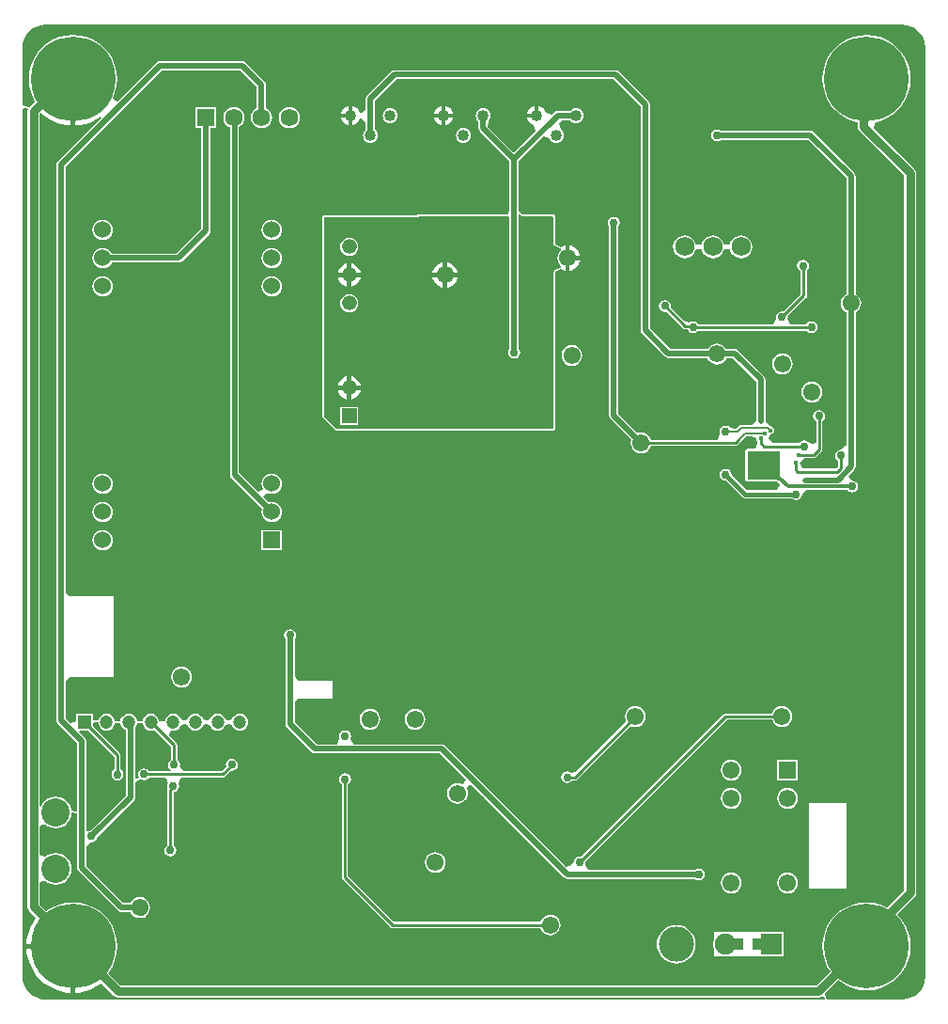
<source format=gbr>
%TF.GenerationSoftware,Altium Limited,Altium Designer,20.0.11 (256)*%
G04 Layer_Physical_Order=2*
G04 Layer_Color=16711680*
%FSLAX26Y26*%
%MOIN*%
%TF.FileFunction,Copper,L2,Bot,Signal*%
%TF.Part,Single*%
G01*
G75*
%TA.AperFunction,Conductor*%
%ADD54C,0.010000*%
%ADD55C,0.020000*%
%ADD56C,0.008000*%
%ADD57C,0.015000*%
%ADD58C,0.012000*%
%ADD60C,0.030000*%
%TA.AperFunction,ComponentPad*%
%ADD65C,0.060000*%
%ADD66R,0.060000X0.060000*%
%ADD67C,0.100000*%
%ADD68R,0.061024X0.061024*%
%ADD69C,0.061024*%
%ADD70C,0.052283*%
%ADD71R,0.052283X0.052283*%
%ADD72C,0.300000*%
%ADD73R,0.075000X0.075000*%
%ADD74C,0.075000*%
%ADD75C,0.125000*%
%ADD76C,0.068898*%
%ADD77C,0.047244*%
%ADD78R,0.047244X0.047244*%
%ADD79R,0.062598X0.062598*%
%ADD80C,0.062598*%
%ADD81C,0.040000*%
%ADD82R,0.020000X0.020000*%
%ADD83R,0.020000X0.040000*%
%TA.AperFunction,ViaPad*%
%ADD84C,0.019685*%
%ADD85C,0.030000*%
%ADD86C,0.016000*%
%TA.AperFunction,Conductor*%
%ADD87R,0.035000X0.041000*%
%ADD88R,0.043000X0.041000*%
%ADD89R,0.114578X0.103347*%
G36*
X202500Y3115138D02*
X216583Y3116061D01*
X237797Y3120280D01*
X258278Y3127233D01*
X277677Y3136799D01*
X292686Y3146828D01*
X295874Y3142944D01*
X140465Y2987535D01*
X136928Y2982243D01*
X135686Y2976000D01*
Y1007983D01*
X136928Y1001740D01*
X140465Y996448D01*
X209686Y927226D01*
Y687504D01*
X206037Y684086D01*
X190111Y685130D01*
X189107Y685755D01*
X187940Y694619D01*
X182297Y708242D01*
X173321Y719940D01*
X161623Y728916D01*
X148000Y734559D01*
X133381Y736483D01*
X118762Y734559D01*
X105139Y728916D01*
X93441Y719940D01*
X84465Y708242D01*
X81411Y700869D01*
X76411Y701864D01*
Y3156131D01*
X80890Y3160610D01*
X94339Y3148816D01*
X112323Y3136799D01*
X131722Y3127233D01*
X152203Y3120280D01*
X173417Y3116061D01*
X187500Y3115138D01*
Y3280000D01*
X202500D01*
Y3115138D01*
D02*
G37*
G36*
X442873Y992267D02*
X445857Y985061D01*
X450606Y978873D01*
X456793Y974125D01*
X463999Y971140D01*
X471732Y970122D01*
X479465Y971140D01*
X483188Y972683D01*
X542067Y913804D01*
Y866164D01*
X538142Y863542D01*
X533501Y856595D01*
X531871Y848402D01*
X533501Y840208D01*
X538142Y833261D01*
X541204Y831216D01*
X539687Y826216D01*
X465007D01*
X462384Y830140D01*
X455438Y834782D01*
X447244Y836411D01*
X439050Y834782D01*
X432104Y830140D01*
X427462Y823194D01*
X425833Y815000D01*
X427462Y806806D01*
X428401Y805401D01*
X426797Y800666D01*
X421314Y798798D01*
X416833Y801317D01*
X416359Y801917D01*
X416313Y802008D01*
Y815000D01*
X416000Y816576D01*
Y848424D01*
X416313Y850000D01*
Y981734D01*
X418867Y985061D01*
X421852Y992267D01*
X422608Y998016D01*
X442116D01*
X442873Y992267D01*
D02*
G37*
G36*
X284466Y999303D02*
X285392Y992267D01*
X288377Y985061D01*
X293125Y978873D01*
X299313Y974125D01*
X306519Y971140D01*
X314252Y970122D01*
X321985Y971140D01*
X329191Y974125D01*
X335379Y978873D01*
X340127Y985061D01*
X343111Y992267D01*
X343868Y998016D01*
X363376D01*
X364133Y992267D01*
X367117Y985061D01*
X371865Y978873D01*
X378053Y974125D01*
X383687Y971792D01*
Y850000D01*
X384000Y848424D01*
Y816576D01*
X383687Y815000D01*
Y741480D01*
X258206Y615999D01*
X252083Y614782D01*
X247314Y611595D01*
X242314Y614229D01*
Y933983D01*
X241072Y940226D01*
X237535Y945519D01*
X217296Y965759D01*
X219209Y970378D01*
X249273D01*
X341540Y878110D01*
Y831763D01*
X337616Y829140D01*
X332974Y822194D01*
X331344Y814000D01*
X332974Y805806D01*
X337616Y798860D01*
X344562Y794218D01*
X352756Y792589D01*
X360950Y794218D01*
X367896Y798860D01*
X372538Y805806D01*
X374167Y814000D01*
X372538Y822194D01*
X367896Y829140D01*
X363971Y831763D01*
Y882756D01*
X363118Y887048D01*
X360687Y890686D01*
X360686Y890687D01*
X265134Y986239D01*
Y996913D01*
X268783Y1000331D01*
X284466Y999303D01*
D02*
G37*
G36*
X3135000Y3473686D02*
Y3473686D01*
X3154081Y3471469D01*
X3167109Y3467517D01*
X3181615Y3459764D01*
X3194329Y3449329D01*
X3204764Y3436615D01*
X3212517Y3422109D01*
X3216469Y3409082D01*
X3218686Y3390000D01*
X3218686Y3390000D01*
X3218686Y3390000D01*
X3218686Y3370000D01*
Y100001D01*
X3218686Y100000D01*
X3218686Y100000D01*
X3216469Y80918D01*
X3212517Y67891D01*
X3204764Y53386D01*
X3194329Y40671D01*
X3181615Y30236D01*
X3167109Y22483D01*
X3154081Y18531D01*
X3135000Y16314D01*
X3135000Y16314D01*
X3115000Y16314D01*
X2869878D01*
X2861594Y36313D01*
X2910288Y85008D01*
X2918022Y78403D01*
X2938959Y65573D01*
X2961644Y56176D01*
X2985521Y50444D01*
X3010000Y48518D01*
X3034479Y50444D01*
X3058356Y56176D01*
X3081041Y65573D01*
X3101978Y78403D01*
X3120650Y94350D01*
X3136597Y113022D01*
X3149427Y133958D01*
X3158824Y156644D01*
X3164556Y180521D01*
X3166482Y205000D01*
X3164556Y229479D01*
X3158824Y253356D01*
X3149427Y276041D01*
X3136597Y296978D01*
X3120650Y315650D01*
X3120442Y320933D01*
X3180140Y380631D01*
X3184782Y387578D01*
X3186411Y395772D01*
Y2945000D01*
X3184782Y2953194D01*
X3180140Y2960140D01*
X3034867Y3105413D01*
X3034770Y3110419D01*
X3041447Y3127117D01*
X3058356Y3131176D01*
X3081041Y3140573D01*
X3101978Y3153403D01*
X3120650Y3169350D01*
X3136597Y3188022D01*
X3149427Y3208959D01*
X3158824Y3231644D01*
X3164556Y3255521D01*
X3166482Y3280000D01*
X3164556Y3304479D01*
X3158824Y3328356D01*
X3149427Y3351041D01*
X3136597Y3371978D01*
X3120650Y3390650D01*
X3101978Y3406597D01*
X3081041Y3419427D01*
X3058356Y3428824D01*
X3034479Y3434556D01*
X3010000Y3436482D01*
X2985521Y3434556D01*
X2961644Y3428824D01*
X2938959Y3419427D01*
X2918022Y3406597D01*
X2899350Y3390650D01*
X2883403Y3371978D01*
X2870573Y3351041D01*
X2861176Y3328356D01*
X2855444Y3304479D01*
X2853518Y3280000D01*
X2855444Y3255521D01*
X2861176Y3231644D01*
X2870573Y3208959D01*
X2883403Y3188022D01*
X2899350Y3169350D01*
X2918022Y3153403D01*
X2938959Y3140573D01*
X2961644Y3131176D01*
X2978589Y3127108D01*
Y3110000D01*
X2980218Y3101806D01*
X2984860Y3094860D01*
X3143589Y2936131D01*
Y404640D01*
X3082488Y343540D01*
X3081041Y344427D01*
X3058356Y353824D01*
X3034479Y359556D01*
X3010000Y361482D01*
X2985521Y359556D01*
X2961644Y353824D01*
X2938959Y344427D01*
X2918022Y331597D01*
X2899350Y315650D01*
X2883403Y296978D01*
X2870573Y276041D01*
X2861176Y253356D01*
X2855444Y229479D01*
X2853518Y205000D01*
X2855444Y180521D01*
X2861176Y156644D01*
X2870573Y133958D01*
X2881252Y116532D01*
X2831131Y66411D01*
X363869D01*
X319598Y110682D01*
X321597Y113022D01*
X334427Y133958D01*
X343824Y156644D01*
X349556Y180521D01*
X351482Y205000D01*
X349556Y229479D01*
X343824Y253356D01*
X334427Y276041D01*
X321597Y296978D01*
X305650Y315650D01*
X286978Y331597D01*
X266041Y344427D01*
X243356Y353824D01*
X219479Y359556D01*
X195000Y361482D01*
X170521Y359556D01*
X146644Y353824D01*
X123959Y344427D01*
X103022Y331597D01*
X100682Y329598D01*
X76411Y353869D01*
Y429401D01*
X85135Y434861D01*
X96411Y437781D01*
X105139Y431084D01*
X118762Y425441D01*
X133381Y423517D01*
X148000Y425441D01*
X161623Y431084D01*
X173321Y440060D01*
X182297Y451758D01*
X187940Y465381D01*
X189864Y480000D01*
X187940Y494619D01*
X182297Y508242D01*
X173321Y519940D01*
X161623Y528916D01*
X148000Y534559D01*
X133381Y536483D01*
X118762Y534559D01*
X105139Y528916D01*
X96411Y522219D01*
X85135Y525139D01*
X76411Y530599D01*
Y629401D01*
X85135Y634861D01*
X96411Y637781D01*
X105139Y631084D01*
X118762Y625441D01*
X133381Y623517D01*
X148000Y625441D01*
X161623Y631084D01*
X173321Y640060D01*
X182297Y651758D01*
X187940Y665381D01*
X189686Y678649D01*
X209686Y677338D01*
Y484000D01*
X210928Y477757D01*
X214465Y472465D01*
X355267Y331662D01*
X360560Y328126D01*
X366803Y326884D01*
X398841D01*
X399711Y324784D01*
X405564Y317157D01*
X413191Y311305D01*
X422073Y307625D01*
X431604Y306371D01*
X437231Y307111D01*
X442406Y306082D01*
X442407Y306082D01*
X448649Y307324D01*
X453942Y310860D01*
X457478Y316152D01*
X457478Y316152D01*
X457690Y317215D01*
X463497Y324784D01*
X467176Y333666D01*
X468431Y343197D01*
X467176Y352729D01*
X463497Y361611D01*
X457645Y369238D01*
X450018Y375091D01*
X441136Y378770D01*
X431604Y380024D01*
X422073Y378770D01*
X413191Y375091D01*
X405564Y369238D01*
X399711Y361611D01*
X398841Y359511D01*
X373560D01*
X242314Y490757D01*
Y558322D01*
X243583Y560517D01*
X260277Y573589D01*
X268471Y575218D01*
X275417Y579860D01*
X280059Y586806D01*
X281276Y592929D01*
X411535Y723188D01*
X415072Y728480D01*
X416313Y734723D01*
Y788188D01*
X421447Y791982D01*
X436313Y797047D01*
X439050Y795218D01*
X447244Y793589D01*
X455438Y795218D01*
X462384Y799860D01*
X465007Y803784D01*
X523163D01*
X525805Y800518D01*
X532022Y783784D01*
X530691Y781792D01*
X529061Y773598D01*
X530691Y765405D01*
X531291Y764506D01*
X529638Y762033D01*
X528784Y757740D01*
X528784Y757740D01*
Y562723D01*
X524860Y560101D01*
X520218Y553154D01*
X518589Y544961D01*
X520218Y536767D01*
X524860Y529821D01*
X531806Y525179D01*
X540000Y523549D01*
X548194Y525179D01*
X555140Y529821D01*
X559782Y536767D01*
X561411Y544961D01*
X559782Y553154D01*
X555140Y560101D01*
X551216Y562723D01*
Y752335D01*
X558666Y753817D01*
X565612Y758458D01*
X570254Y765405D01*
X571884Y773598D01*
X570254Y781792D01*
X568923Y783784D01*
X575140Y800518D01*
X577782Y803784D01*
X726598D01*
X726598Y803784D01*
X730890Y804638D01*
X734529Y807069D01*
X755973Y828514D01*
X759098Y827893D01*
X767291Y829522D01*
X774238Y834164D01*
X778879Y841110D01*
X780509Y849304D01*
X778879Y857498D01*
X774238Y864444D01*
X767291Y869086D01*
X759098Y870715D01*
X750904Y869086D01*
X743957Y864444D01*
X739316Y857498D01*
X737686Y849304D01*
X738907Y843169D01*
X721953Y826216D01*
X587768D01*
X583648Y830136D01*
X574259Y846216D01*
X574694Y848402D01*
X573064Y856595D01*
X568422Y863542D01*
X564498Y866164D01*
Y918449D01*
X564498Y918450D01*
X563644Y922742D01*
X561213Y926380D01*
X561213Y926381D01*
X534821Y952773D01*
X540706Y966424D01*
X545040Y970838D01*
X550472Y970122D01*
X558205Y971140D01*
X565411Y974125D01*
X571599Y978873D01*
X576347Y985061D01*
X578585Y990463D01*
X589842Y992832D01*
X601100Y990463D01*
X603338Y985061D01*
X608086Y978873D01*
X614274Y974125D01*
X621480Y971140D01*
X629212Y970122D01*
X636945Y971140D01*
X644151Y974125D01*
X650339Y978873D01*
X655087Y985061D01*
X657325Y990462D01*
X668583Y992832D01*
X679841Y990462D01*
X682078Y985061D01*
X686826Y978873D01*
X693014Y974125D01*
X700220Y971140D01*
X707953Y970122D01*
X715686Y971140D01*
X722891Y974125D01*
X729079Y978873D01*
X733827Y985061D01*
X736065Y990462D01*
X747323Y992832D01*
X758581Y990462D01*
X760818Y985061D01*
X765566Y978873D01*
X771754Y974125D01*
X778960Y971140D01*
X786693Y970122D01*
X794426Y971140D01*
X801632Y974125D01*
X807820Y978873D01*
X812568Y985061D01*
X815552Y992267D01*
X816571Y1000000D01*
X815552Y1007733D01*
X812568Y1014939D01*
X807820Y1021127D01*
X801632Y1025875D01*
X794426Y1028860D01*
X786693Y1029878D01*
X778960Y1028860D01*
X771754Y1025875D01*
X765566Y1021127D01*
X760818Y1014939D01*
X758581Y1009538D01*
X747323Y1007168D01*
X736065Y1009538D01*
X733827Y1014939D01*
X729079Y1021127D01*
X722891Y1025875D01*
X715686Y1028860D01*
X707953Y1029878D01*
X700220Y1028860D01*
X693014Y1025875D01*
X686826Y1021127D01*
X682078Y1014939D01*
X679841Y1009538D01*
X668583Y1007168D01*
X657325Y1009538D01*
X655087Y1014939D01*
X650339Y1021127D01*
X644151Y1025875D01*
X636945Y1028860D01*
X629212Y1029878D01*
X621480Y1028860D01*
X614274Y1025875D01*
X608086Y1021127D01*
X603338Y1014939D01*
X601100Y1009537D01*
X589842Y1007168D01*
X578585Y1009537D01*
X576347Y1014939D01*
X571599Y1021127D01*
X565411Y1025875D01*
X558205Y1028860D01*
X550472Y1029878D01*
X542740Y1028860D01*
X535534Y1025875D01*
X529346Y1021127D01*
X524598Y1014939D01*
X521613Y1007733D01*
X521189Y1004510D01*
X501016D01*
X500592Y1007733D01*
X497607Y1014939D01*
X492859Y1021127D01*
X486671Y1025875D01*
X479465Y1028860D01*
X471732Y1029878D01*
X463999Y1028860D01*
X456793Y1025875D01*
X450606Y1021127D01*
X445857Y1014939D01*
X442873Y1007733D01*
X442449Y1004511D01*
X422276D01*
X421852Y1007733D01*
X418867Y1014939D01*
X414119Y1021127D01*
X407931Y1025875D01*
X400725Y1028860D01*
X392992Y1029878D01*
X385259Y1028860D01*
X378053Y1025875D01*
X371865Y1021127D01*
X367117Y1014939D01*
X364133Y1007733D01*
X363708Y1004510D01*
X343536D01*
X343111Y1007733D01*
X340127Y1014939D01*
X335379Y1021127D01*
X329191Y1025875D01*
X321985Y1028860D01*
X314252Y1029878D01*
X306519Y1028860D01*
X299313Y1025875D01*
X293125Y1021127D01*
X288377Y1014939D01*
X285392Y1007733D01*
X285134Y1005768D01*
X265134Y1007079D01*
Y1029622D01*
X205890D01*
Y1003296D01*
X187412Y995642D01*
X168314Y1014741D01*
Y1146071D01*
X182544Y1160000D01*
X188314Y1160000D01*
X340000D01*
Y1445000D01*
X188314D01*
X182544Y1445000D01*
X168314Y1458929D01*
Y2969243D01*
X510159Y3311088D01*
X788243D01*
X847566Y3251765D01*
Y3176920D01*
X845069Y3175886D01*
X837278Y3169907D01*
X831299Y3162116D01*
X827540Y3153042D01*
X826259Y3143305D01*
X827540Y3133568D01*
X831299Y3124494D01*
X837278Y3116703D01*
X845069Y3110724D01*
X854143Y3106966D01*
X863880Y3105684D01*
X873617Y3106966D01*
X882690Y3110724D01*
X890482Y3116703D01*
X896460Y3124494D01*
X900219Y3133568D01*
X901501Y3143305D01*
X900219Y3153042D01*
X896460Y3162116D01*
X890482Y3169907D01*
X882690Y3175886D01*
X880193Y3176920D01*
Y3258522D01*
X878951Y3264765D01*
X875415Y3270057D01*
X806535Y3338937D01*
X801243Y3342473D01*
X795000Y3343715D01*
X503402D01*
X497159Y3342473D01*
X491866Y3338937D01*
X351488Y3198558D01*
X334427Y3208959D01*
X343824Y3231644D01*
X349556Y3255521D01*
X351482Y3280000D01*
X349556Y3304479D01*
X343824Y3328356D01*
X334427Y3351041D01*
X321597Y3371978D01*
X305650Y3390650D01*
X286978Y3406597D01*
X266041Y3419427D01*
X243356Y3428824D01*
X219479Y3434556D01*
X195000Y3436482D01*
X170521Y3434556D01*
X146644Y3428824D01*
X123959Y3419427D01*
X103022Y3406597D01*
X84350Y3390650D01*
X68403Y3371978D01*
X55573Y3351041D01*
X46176Y3328356D01*
X40444Y3304479D01*
X38518Y3280000D01*
X40444Y3255521D01*
X46176Y3231644D01*
X55573Y3208959D01*
X60553Y3200833D01*
X39860Y3180140D01*
X19538Y3185211D01*
X16314Y3187423D01*
Y3390000D01*
X16168Y3390731D01*
X17708Y3406369D01*
X22483Y3422109D01*
X30236Y3436615D01*
X40671Y3449329D01*
X53385Y3459764D01*
X67891Y3467517D01*
X80918Y3471469D01*
X100000Y3473686D01*
Y3473686D01*
X120000Y3473686D01*
X3134999D01*
X3135000Y3473686D01*
D02*
G37*
G36*
X30999Y3175658D02*
X35218Y3173194D01*
X33589Y3165000D01*
Y345000D01*
X35218Y336806D01*
X39860Y329860D01*
X63929Y305791D01*
X63816Y305661D01*
X51799Y287677D01*
X42233Y268278D01*
X35280Y247797D01*
X31061Y226583D01*
X30138Y212500D01*
X195000D01*
Y205000D01*
X202500D01*
Y40138D01*
X216583Y41061D01*
X237797Y45280D01*
X258278Y52233D01*
X277677Y61799D01*
X295661Y73816D01*
X295790Y73929D01*
X339860Y29860D01*
X346806Y25218D01*
X355000Y23589D01*
X2840000D01*
X2848194Y25218D01*
X2852544Y28125D01*
X2858561Y26665D01*
X2861126Y20471D01*
X2858349Y16314D01*
X100000D01*
X100000Y16314D01*
Y16314D01*
X95109Y16578D01*
X83631Y17708D01*
X67891Y22483D01*
X53385Y30236D01*
X40671Y40671D01*
X30236Y53385D01*
X22483Y67891D01*
X17708Y83631D01*
X16578Y95109D01*
X16314Y100000D01*
X16314D01*
Y3174386D01*
X21314Y3178075D01*
X30999Y3175658D01*
D02*
G37*
%LPC*%
G36*
X1832500Y3184315D02*
X1830863Y3184099D01*
X1822349Y3180572D01*
X1815038Y3174962D01*
X1809428Y3167651D01*
X1805901Y3159137D01*
X1805685Y3157500D01*
X1832500D01*
Y3184315D01*
D02*
G37*
G36*
X1517500D02*
Y3157500D01*
X1544315D01*
X1544099Y3159137D01*
X1540572Y3167651D01*
X1534962Y3174962D01*
X1527651Y3180572D01*
X1519137Y3184099D01*
X1517500Y3184315D01*
D02*
G37*
G36*
X1502500D02*
X1500863Y3184099D01*
X1492349Y3180572D01*
X1485038Y3174962D01*
X1479428Y3167651D01*
X1475901Y3159137D01*
X1475685Y3157500D01*
X1502500D01*
Y3184315D01*
D02*
G37*
G36*
X1172500D02*
X1170863Y3184099D01*
X1162349Y3180572D01*
X1155038Y3174962D01*
X1149428Y3167651D01*
X1145901Y3159137D01*
X1145685Y3157500D01*
X1172500D01*
Y3184315D01*
D02*
G37*
G36*
X1320000Y3176224D02*
X1313213Y3175331D01*
X1306888Y3172711D01*
X1301457Y3168544D01*
X1297289Y3163112D01*
X1294669Y3156787D01*
X1293776Y3150000D01*
X1294669Y3143213D01*
X1297289Y3136888D01*
X1301457Y3131456D01*
X1306888Y3127289D01*
X1313213Y3124669D01*
X1320000Y3123776D01*
X1326787Y3124669D01*
X1333112Y3127289D01*
X1338543Y3131456D01*
X1342711Y3136888D01*
X1345331Y3143213D01*
X1346224Y3150000D01*
X1345331Y3156787D01*
X1342711Y3163112D01*
X1338543Y3168544D01*
X1333112Y3172711D01*
X1326787Y3175331D01*
X1320000Y3176224D01*
D02*
G37*
G36*
X1544315Y3142500D02*
X1517500D01*
Y3115685D01*
X1519137Y3115901D01*
X1527651Y3119428D01*
X1534962Y3125038D01*
X1540572Y3132349D01*
X1544099Y3140863D01*
X1544315Y3142500D01*
D02*
G37*
G36*
X1502500D02*
X1475685D01*
X1475901Y3140863D01*
X1479428Y3132349D01*
X1485038Y3125038D01*
X1492349Y3119428D01*
X1500863Y3115901D01*
X1502500Y3115685D01*
Y3142500D01*
D02*
G37*
G36*
X1172500D02*
X1145685D01*
X1145901Y3140863D01*
X1149428Y3132349D01*
X1155038Y3125038D01*
X1162349Y3119428D01*
X1170863Y3115901D01*
X1172500Y3115685D01*
Y3142500D01*
D02*
G37*
G36*
X962305Y3180926D02*
X952568Y3179644D01*
X943494Y3175886D01*
X935703Y3169907D01*
X929724Y3162116D01*
X925966Y3153042D01*
X924684Y3143305D01*
X925966Y3133568D01*
X929724Y3124494D01*
X935703Y3116703D01*
X943494Y3110724D01*
X952568Y3106966D01*
X962305Y3105684D01*
X972042Y3106966D01*
X981115Y3110724D01*
X988907Y3116703D01*
X994886Y3124494D01*
X998644Y3133568D01*
X999926Y3143305D01*
X998644Y3153042D01*
X994886Y3162116D01*
X988907Y3169907D01*
X981115Y3175886D01*
X972042Y3179644D01*
X962305Y3180926D01*
D02*
G37*
G36*
X1580000Y3106224D02*
X1573213Y3105331D01*
X1566888Y3102711D01*
X1561457Y3098544D01*
X1557289Y3093112D01*
X1554669Y3086787D01*
X1553776Y3080000D01*
X1554669Y3073213D01*
X1557289Y3066888D01*
X1561457Y3061456D01*
X1566888Y3057289D01*
X1573213Y3054669D01*
X1580000Y3053776D01*
X1586787Y3054669D01*
X1593112Y3057289D01*
X1598543Y3061456D01*
X1602711Y3066888D01*
X1605331Y3073213D01*
X1606224Y3080000D01*
X1605331Y3086787D01*
X1602711Y3093112D01*
X1598543Y3098544D01*
X1593112Y3102711D01*
X1586787Y3105331D01*
X1580000Y3106224D01*
D02*
G37*
G36*
X1847500Y3184315D02*
Y3150000D01*
X1840000D01*
Y3142500D01*
X1805685D01*
X1805901Y3140863D01*
X1809428Y3132349D01*
X1815038Y3125038D01*
X1822349Y3119428D01*
X1830863Y3115901D01*
X1836867Y3094938D01*
X1760000Y3018071D01*
X1667214Y3110857D01*
X1668016Y3131052D01*
X1668543Y3131456D01*
X1672711Y3136888D01*
X1675331Y3143213D01*
X1676224Y3150000D01*
X1675331Y3156787D01*
X1672711Y3163112D01*
X1668543Y3168544D01*
X1663112Y3172711D01*
X1656787Y3175331D01*
X1650000Y3176224D01*
X1643213Y3175331D01*
X1636888Y3172711D01*
X1631457Y3168544D01*
X1627289Y3163112D01*
X1624669Y3156787D01*
X1623776Y3150000D01*
X1624669Y3143213D01*
X1627289Y3136888D01*
X1631457Y3131456D01*
X1633687Y3129745D01*
Y3105000D01*
X1634928Y3098757D01*
X1638465Y3093464D01*
X1743686Y2988243D01*
Y2818457D01*
X1740107Y2799961D01*
X1084966Y2796494D01*
X1082693Y2795539D01*
X1080408Y2794592D01*
X1080401Y2794575D01*
X1080384Y2794568D01*
X1079453Y2792287D01*
X1078506Y2790000D01*
Y2085000D01*
X1080408Y2080408D01*
X1125408Y2035408D01*
X1130000Y2033506D01*
X1889184Y2033505D01*
X1900000Y2033505D01*
X1900001Y2033506D01*
X1904592Y2035408D01*
X1906494Y2039999D01*
X1906495Y2040000D01*
X1906494Y2050815D01*
X1906494Y2595807D01*
X1926494Y2605670D01*
X1927048Y2605245D01*
X1938119Y2600660D01*
X1942500Y2600083D01*
Y2645000D01*
Y2689917D01*
X1938119Y2689340D01*
X1927048Y2684755D01*
X1926494Y2684330D01*
X1906494Y2694193D01*
X1906495Y2784697D01*
X1906495Y2790767D01*
X1906494Y2790767D01*
X1906491Y2790776D01*
X1906495Y2790784D01*
X1906494Y2790785D01*
X1905546Y2793058D01*
X1905545Y2793058D01*
X1904592Y2795359D01*
X1904582Y2795366D01*
X1904580Y2795372D01*
X1904579Y2795372D01*
X1901036Y2798897D01*
X1901035Y2798898D01*
X1901030Y2798900D01*
X1901023Y2798910D01*
X1898730Y2799845D01*
X1898729Y2799846D01*
X1896439Y2800787D01*
X1896438Y2800788D01*
X1896430Y2800784D01*
X1896421Y2800787D01*
X1896421Y2800788D01*
X1890632Y2800757D01*
X1890632Y2800757D01*
X1890335Y2800755D01*
X1790493Y2800227D01*
X1776313Y2814332D01*
Y2988243D01*
X1864123Y3076052D01*
X1874534Y3074613D01*
X1886104Y3069749D01*
X1887289Y3066888D01*
X1891457Y3061456D01*
X1896888Y3057289D01*
X1903213Y3054669D01*
X1910000Y3053776D01*
X1916787Y3054669D01*
X1923112Y3057289D01*
X1928543Y3061456D01*
X1932711Y3066888D01*
X1935331Y3073213D01*
X1936224Y3080000D01*
X1935331Y3086787D01*
X1932711Y3093112D01*
X1928543Y3098544D01*
X1925568Y3100827D01*
X1920733Y3122478D01*
X1930788Y3133686D01*
X1959745D01*
X1961457Y3131456D01*
X1966888Y3127289D01*
X1973213Y3124669D01*
X1980000Y3123776D01*
X1986787Y3124669D01*
X1993112Y3127289D01*
X1998543Y3131456D01*
X2002711Y3136888D01*
X2005331Y3143213D01*
X2006224Y3150000D01*
X2005331Y3156787D01*
X2002711Y3163112D01*
X1998543Y3168544D01*
X1993112Y3172711D01*
X1986787Y3175331D01*
X1980000Y3176224D01*
X1973213Y3175331D01*
X1966888Y3172711D01*
X1961457Y3168544D01*
X1959745Y3166314D01*
X1915000D01*
X1908757Y3165072D01*
X1903465Y3161535D01*
X1895062Y3153133D01*
X1874099Y3159137D01*
X1870572Y3167651D01*
X1864962Y3174962D01*
X1857651Y3180572D01*
X1849137Y3184099D01*
X1847500Y3184315D01*
D02*
G37*
G36*
X900000Y2781311D02*
X890602Y2780073D01*
X881845Y2776446D01*
X874324Y2770675D01*
X868554Y2763155D01*
X864927Y2754398D01*
X863689Y2745000D01*
X864927Y2735602D01*
X868554Y2726845D01*
X874324Y2719325D01*
X881845Y2713554D01*
X890602Y2709927D01*
X900000Y2708689D01*
X909398Y2709927D01*
X918155Y2713554D01*
X925676Y2719325D01*
X931446Y2726845D01*
X935073Y2735602D01*
X936311Y2745000D01*
X935073Y2754398D01*
X931446Y2763155D01*
X925676Y2770675D01*
X918155Y2776446D01*
X909398Y2780073D01*
X900000Y2781311D01*
D02*
G37*
G36*
X300000D02*
X290602Y2780073D01*
X281845Y2776446D01*
X274325Y2770675D01*
X268554Y2763155D01*
X264927Y2754398D01*
X263689Y2745000D01*
X264927Y2735602D01*
X268554Y2726845D01*
X274325Y2719325D01*
X281845Y2713554D01*
X290602Y2709927D01*
X300000Y2708689D01*
X309398Y2709927D01*
X318155Y2713554D01*
X325675Y2719325D01*
X331446Y2726845D01*
X335073Y2735602D01*
X336311Y2745000D01*
X335073Y2754398D01*
X331446Y2763155D01*
X325675Y2770675D01*
X318155Y2776446D01*
X309398Y2780073D01*
X300000Y2781311D01*
D02*
G37*
G36*
X2565000Y2725798D02*
X2554441Y2724408D01*
X2544601Y2720332D01*
X2536152Y2713848D01*
X2529668Y2705399D01*
X2526482Y2697707D01*
X2525592Y2695559D01*
X2524740Y2693897D01*
X2505260D01*
X2504408Y2695559D01*
X2503733Y2697189D01*
X2500332Y2705399D01*
X2493848Y2713848D01*
X2485399Y2720332D01*
X2475559Y2724408D01*
X2465000Y2725798D01*
X2454441Y2724408D01*
X2444601Y2720332D01*
X2436152Y2713848D01*
X2429668Y2705399D01*
X2426482Y2697707D01*
X2425592Y2695559D01*
X2424740Y2693897D01*
X2405260D01*
X2404408Y2695559D01*
X2403733Y2697189D01*
X2400332Y2705399D01*
X2393848Y2713848D01*
X2385399Y2720332D01*
X2375559Y2724408D01*
X2365000Y2725798D01*
X2354441Y2724408D01*
X2344601Y2720332D01*
X2336152Y2713848D01*
X2329668Y2705399D01*
X2325592Y2695559D01*
X2324202Y2685000D01*
X2325592Y2674441D01*
X2329668Y2664601D01*
X2336152Y2656152D01*
X2344601Y2649668D01*
X2354441Y2645592D01*
X2365000Y2644202D01*
X2375559Y2645592D01*
X2385399Y2649668D01*
X2393848Y2656152D01*
X2400332Y2664601D01*
X2403518Y2672293D01*
X2404408Y2674441D01*
X2405260Y2676103D01*
X2424740D01*
X2425592Y2674441D01*
X2426267Y2672811D01*
X2429668Y2664601D01*
X2436152Y2656152D01*
X2444601Y2649668D01*
X2454441Y2645592D01*
X2465000Y2644202D01*
X2475559Y2645592D01*
X2485399Y2649668D01*
X2493848Y2656152D01*
X2500332Y2664601D01*
X2503518Y2672293D01*
X2504408Y2674441D01*
X2505260Y2676103D01*
X2524740D01*
X2525592Y2674441D01*
X2526267Y2672811D01*
X2529668Y2664601D01*
X2536152Y2656152D01*
X2544601Y2649668D01*
X2554441Y2645592D01*
X2565000Y2644202D01*
X2575559Y2645592D01*
X2585399Y2649668D01*
X2593848Y2656152D01*
X2600332Y2664601D01*
X2604408Y2674441D01*
X2605798Y2685000D01*
X2604408Y2695559D01*
X2600332Y2705399D01*
X2593848Y2713848D01*
X2585399Y2720332D01*
X2575559Y2724408D01*
X2565000Y2725798D01*
D02*
G37*
G36*
X704328Y3180604D02*
X629730D01*
Y3106006D01*
X650687D01*
Y2748757D01*
X563243Y2661314D01*
X332209D01*
X331446Y2663155D01*
X325675Y2670675D01*
X318155Y2676446D01*
X309398Y2680073D01*
X300000Y2681311D01*
X290602Y2680073D01*
X281845Y2676446D01*
X274325Y2670675D01*
X268554Y2663155D01*
X264927Y2654398D01*
X263689Y2645000D01*
X264927Y2635602D01*
X268554Y2626845D01*
X274325Y2619325D01*
X281845Y2613554D01*
X290602Y2609927D01*
X300000Y2608689D01*
X309398Y2609927D01*
X318155Y2613554D01*
X325675Y2619325D01*
X331446Y2626845D01*
X332209Y2628686D01*
X570000D01*
X576243Y2629928D01*
X581535Y2633465D01*
X678535Y2730465D01*
X682072Y2735757D01*
X683313Y2742000D01*
Y3106006D01*
X704328D01*
Y3180604D01*
D02*
G37*
G36*
X1957500Y2689917D02*
Y2652500D01*
X1994917D01*
X1994340Y2656881D01*
X1989755Y2667952D01*
X1982459Y2677459D01*
X1972952Y2684755D01*
X1961881Y2689340D01*
X1957500Y2689917D01*
D02*
G37*
G36*
X900000Y2681311D02*
X890602Y2680073D01*
X881845Y2676446D01*
X874324Y2670675D01*
X868554Y2663155D01*
X864927Y2654398D01*
X863689Y2645000D01*
X864927Y2635602D01*
X868554Y2626845D01*
X874324Y2619325D01*
X881845Y2613554D01*
X890602Y2609927D01*
X900000Y2608689D01*
X909398Y2609927D01*
X918155Y2613554D01*
X925676Y2619325D01*
X931446Y2626845D01*
X935073Y2635602D01*
X936311Y2645000D01*
X935073Y2654398D01*
X931446Y2663155D01*
X925676Y2670675D01*
X918155Y2676446D01*
X909398Y2680073D01*
X900000Y2681311D01*
D02*
G37*
G36*
X1994917Y2637500D02*
X1957500D01*
Y2600083D01*
X1961881Y2600660D01*
X1972952Y2605245D01*
X1982459Y2612541D01*
X1989755Y2622048D01*
X1994340Y2633119D01*
X1994917Y2637500D01*
D02*
G37*
G36*
X900000Y2581311D02*
X890602Y2580073D01*
X881845Y2576446D01*
X874324Y2570675D01*
X868554Y2563155D01*
X864927Y2554398D01*
X863689Y2545000D01*
X864927Y2535602D01*
X868554Y2526845D01*
X874324Y2519325D01*
X881845Y2513554D01*
X890602Y2509927D01*
X900000Y2508689D01*
X909398Y2509927D01*
X918155Y2513554D01*
X925676Y2519325D01*
X931446Y2526845D01*
X935073Y2535602D01*
X936311Y2545000D01*
X935073Y2554398D01*
X931446Y2563155D01*
X925676Y2570675D01*
X918155Y2576446D01*
X909398Y2580073D01*
X900000Y2581311D01*
D02*
G37*
G36*
X300000D02*
X290602Y2580073D01*
X281845Y2576446D01*
X274325Y2570675D01*
X268554Y2563155D01*
X264927Y2554398D01*
X263689Y2545000D01*
X264927Y2535602D01*
X268554Y2526845D01*
X274325Y2519325D01*
X281845Y2513554D01*
X290602Y2509927D01*
X300000Y2508689D01*
X309398Y2509927D01*
X318155Y2513554D01*
X325675Y2519325D01*
X331446Y2526845D01*
X335073Y2535602D01*
X336311Y2545000D01*
X335073Y2554398D01*
X331446Y2563155D01*
X325675Y2570675D01*
X318155Y2576446D01*
X309398Y2580073D01*
X300000Y2581311D01*
D02*
G37*
G36*
X2785566Y2639076D02*
X2777372Y2637446D01*
X2770426Y2632805D01*
X2765784Y2625858D01*
X2764155Y2617664D01*
X2765784Y2609471D01*
X2770426Y2602524D01*
X2776186Y2598675D01*
Y2517047D01*
X2714629Y2455491D01*
X2710000Y2456411D01*
X2701806Y2454782D01*
X2694860Y2450140D01*
X2690218Y2443194D01*
X2688589Y2435000D01*
X2689540Y2430216D01*
X2682782Y2417293D01*
X2677250Y2410215D01*
X2413431D01*
X2410140Y2415140D01*
X2403194Y2419782D01*
X2395000Y2421411D01*
X2386806Y2419782D01*
X2379860Y2415140D01*
X2362591Y2423270D01*
X2315491Y2470371D01*
X2316411Y2475000D01*
X2314782Y2483194D01*
X2310140Y2490140D01*
X2303194Y2494782D01*
X2295000Y2496411D01*
X2286806Y2494782D01*
X2279860Y2490140D01*
X2275218Y2483194D01*
X2273589Y2475000D01*
X2275218Y2466806D01*
X2279860Y2459860D01*
X2286806Y2455218D01*
X2295000Y2453589D01*
X2299629Y2454509D01*
X2358242Y2395896D01*
X2358243Y2395896D01*
X2361881Y2393465D01*
X2366173Y2392611D01*
X2375058D01*
X2375218Y2391806D01*
X2379860Y2384860D01*
X2386806Y2380218D01*
X2395000Y2378589D01*
X2403194Y2380218D01*
X2410140Y2384860D01*
X2412094Y2387785D01*
X2797906D01*
X2799860Y2384860D01*
X2806806Y2380218D01*
X2815000Y2378589D01*
X2823194Y2380218D01*
X2830140Y2384860D01*
X2834782Y2391806D01*
X2836411Y2400000D01*
X2834782Y2408194D01*
X2830140Y2415140D01*
X2823194Y2419782D01*
X2815000Y2421411D01*
X2806806Y2419782D01*
X2799860Y2415140D01*
X2796569Y2410215D01*
X2742750D01*
X2737218Y2417293D01*
X2730460Y2430216D01*
X2731411Y2435000D01*
X2730491Y2439629D01*
X2795332Y2504471D01*
X2797763Y2508110D01*
X2798617Y2512402D01*
X2798617Y2512402D01*
Y2601128D01*
X2800706Y2602524D01*
X2805348Y2609471D01*
X2806977Y2617664D01*
X2805348Y2625858D01*
X2800706Y2632805D01*
X2793760Y2637446D01*
X2785566Y2639076D01*
D02*
G37*
G36*
X1965000Y2336827D02*
X1955468Y2335572D01*
X1946587Y2331893D01*
X1938959Y2326041D01*
X1933107Y2318413D01*
X1929428Y2309532D01*
X1928173Y2300000D01*
X1929428Y2290468D01*
X1933107Y2281587D01*
X1938959Y2273959D01*
X1946587Y2268107D01*
X1955468Y2264428D01*
X1965000Y2263173D01*
X1974532Y2264428D01*
X1983413Y2268107D01*
X1991041Y2273959D01*
X1996893Y2281587D01*
X2000572Y2290468D01*
X2001827Y2300000D01*
X2000572Y2309532D01*
X1996893Y2318413D01*
X1991041Y2326041D01*
X1983413Y2331893D01*
X1974532Y2335572D01*
X1965000Y2336827D01*
D02*
G37*
G36*
X2712000Y2306827D02*
X2702468Y2305572D01*
X2693587Y2301893D01*
X2685959Y2296041D01*
X2680107Y2288413D01*
X2676428Y2279532D01*
X2675173Y2270000D01*
X2676428Y2260468D01*
X2680107Y2251587D01*
X2685959Y2243959D01*
X2693587Y2238107D01*
X2702468Y2234428D01*
X2712000Y2233173D01*
X2721532Y2234428D01*
X2730413Y2238107D01*
X2738041Y2243959D01*
X2743893Y2251587D01*
X2747572Y2260468D01*
X2748827Y2270000D01*
X2747572Y2279532D01*
X2743893Y2288413D01*
X2738041Y2296041D01*
X2730413Y2301893D01*
X2721532Y2305572D01*
X2712000Y2306827D01*
D02*
G37*
G36*
X2816535Y2206827D02*
X2807004Y2205572D01*
X2798122Y2201893D01*
X2790495Y2196041D01*
X2784642Y2188413D01*
X2780963Y2179532D01*
X2779709Y2170000D01*
X2780963Y2160468D01*
X2784642Y2151587D01*
X2790495Y2143959D01*
X2798122Y2138107D01*
X2807004Y2134428D01*
X2816535Y2133173D01*
X2826067Y2134428D01*
X2834949Y2138107D01*
X2842576Y2143959D01*
X2848428Y2151587D01*
X2852108Y2160468D01*
X2853362Y2170000D01*
X2852108Y2179532D01*
X2848428Y2188413D01*
X2842576Y2196041D01*
X2834949Y2201893D01*
X2826067Y2205572D01*
X2816535Y2206827D01*
D02*
G37*
G36*
X1335000Y3311314D02*
X1328757Y3310072D01*
X1323465Y3306535D01*
X1238465Y3221535D01*
X1234928Y3216243D01*
X1233687Y3210000D01*
Y3174636D01*
X1220449Y3160119D01*
X1214099Y3159137D01*
X1213819Y3159814D01*
X1210572Y3167651D01*
X1204962Y3174962D01*
X1197651Y3180572D01*
X1189137Y3184099D01*
X1187500Y3184315D01*
Y3150000D01*
Y3115685D01*
X1189137Y3115901D01*
X1197651Y3119428D01*
X1204962Y3125038D01*
X1210572Y3132349D01*
X1213819Y3140186D01*
X1214099Y3140863D01*
X1220450Y3139881D01*
X1233687Y3125364D01*
Y3100255D01*
X1231457Y3098544D01*
X1227289Y3093112D01*
X1224669Y3086787D01*
X1223776Y3080000D01*
X1224669Y3073213D01*
X1227289Y3066888D01*
X1231457Y3061456D01*
X1236888Y3057289D01*
X1243213Y3054669D01*
X1250000Y3053776D01*
X1256787Y3054669D01*
X1263112Y3057289D01*
X1268543Y3061456D01*
X1272711Y3066888D01*
X1275331Y3073213D01*
X1276224Y3080000D01*
X1275331Y3086787D01*
X1272711Y3093112D01*
X1268543Y3098544D01*
X1266313Y3100255D01*
Y3203243D01*
X1341757Y3278686D01*
X2113243D01*
X2208686Y3183243D01*
Y2825000D01*
Y2390000D01*
X2209928Y2383757D01*
X2213465Y2378465D01*
X2296144Y2295785D01*
X2301437Y2292249D01*
X2307680Y2291007D01*
X2445847D01*
X2447678Y2286587D01*
X2453530Y2278959D01*
X2461158Y2273107D01*
X2470040Y2269428D01*
X2479571Y2268173D01*
X2489103Y2269428D01*
X2497985Y2273107D01*
X2505612Y2278959D01*
X2511464Y2286587D01*
X2513295Y2291007D01*
X2535923D01*
X2618844Y2208085D01*
Y2067000D01*
X2602023Y2054530D01*
X2565496D01*
X2561594Y2053754D01*
X2558286Y2051544D01*
X2547226Y2040484D01*
X2527514Y2041587D01*
X2525140Y2045140D01*
X2518194Y2049782D01*
X2510000Y2051411D01*
X2501806Y2049782D01*
X2494860Y2045140D01*
X2490218Y2038194D01*
X2488589Y2030000D01*
X2490218Y2021806D01*
X2490613Y2021216D01*
X2482238Y2001719D01*
X2481754Y2001216D01*
X2244874D01*
X2241893Y2008413D01*
X2236041Y2016041D01*
X2228413Y2021893D01*
X2219532Y2025572D01*
X2210000Y2026827D01*
X2200468Y2025572D01*
X2198369Y2024702D01*
X2129400Y2093671D01*
Y2756616D01*
X2132868Y2761806D01*
X2134498Y2770000D01*
X2132868Y2778194D01*
X2128227Y2785140D01*
X2121280Y2789782D01*
X2113087Y2791411D01*
X2104893Y2789782D01*
X2097947Y2785140D01*
X2093305Y2778194D01*
X2091675Y2770000D01*
X2093305Y2761806D01*
X2096773Y2756616D01*
Y2086913D01*
X2098015Y2080670D01*
X2101551Y2075378D01*
X2175298Y2001631D01*
X2174428Y1999532D01*
X2173173Y1990000D01*
X2174428Y1980468D01*
X2178107Y1971587D01*
X2183959Y1963959D01*
X2191587Y1958107D01*
X2200468Y1954428D01*
X2210000Y1953173D01*
X2219532Y1954428D01*
X2228413Y1958107D01*
X2236041Y1963959D01*
X2241893Y1971587D01*
X2244874Y1978784D01*
X2544999D01*
X2545000Y1978784D01*
X2549292Y1979638D01*
X2552931Y1982069D01*
X2562930Y1992069D01*
X2565362Y1995708D01*
X2565420Y1996001D01*
X2583126Y2013707D01*
X2602044D01*
X2617813Y2007174D01*
X2623689Y1987425D01*
X2619302Y1977002D01*
X2615814Y1971475D01*
X2612781Y1968660D01*
X2587508D01*
X2582916Y1966758D01*
X2581014Y1962166D01*
Y1858819D01*
X2582916Y1854227D01*
X2587508Y1852324D01*
X2694021D01*
X2702743Y1841170D01*
X2694074Y1821764D01*
X2584237D01*
X2531089Y1874913D01*
X2531411Y1876535D01*
X2529782Y1884729D01*
X2525140Y1891676D01*
X2518194Y1896317D01*
X2510000Y1897947D01*
X2501806Y1896317D01*
X2494860Y1891676D01*
X2490218Y1884729D01*
X2488589Y1876535D01*
X2490218Y1868342D01*
X2494860Y1861395D01*
X2501806Y1856754D01*
X2510000Y1855124D01*
X2511623Y1855447D01*
X2568802Y1798267D01*
X2573268Y1795283D01*
X2578535Y1794236D01*
X2743941D01*
X2744860Y1792860D01*
X2751806Y1788218D01*
X2760000Y1786589D01*
X2768194Y1788218D01*
X2775140Y1792860D01*
X2779782Y1799806D01*
X2781411Y1808000D01*
X2797614Y1822765D01*
X2942328D01*
X2944269Y1819860D01*
X2951216Y1815218D01*
X2959410Y1813589D01*
X2967603Y1815218D01*
X2974550Y1819860D01*
X2979191Y1826806D01*
X2980821Y1835000D01*
X2979191Y1843194D01*
X2974550Y1850140D01*
X2967603Y1854782D01*
X2959410Y1856411D01*
X2957359Y1856004D01*
X2947506Y1874436D01*
X2966535Y1893465D01*
X2970072Y1898757D01*
X2971314Y1905000D01*
Y2305000D01*
Y2452237D01*
X2973413Y2453107D01*
X2981041Y2458959D01*
X2986893Y2466587D01*
X2990572Y2475468D01*
X2991827Y2485000D01*
X2990572Y2494532D01*
X2986893Y2503413D01*
X2981041Y2511041D01*
X2973413Y2516893D01*
X2971314Y2517763D01*
Y2935000D01*
X2970072Y2941243D01*
X2966535Y2946535D01*
X2821535Y3091535D01*
X2816243Y3095072D01*
X2810000Y3096314D01*
X2493384D01*
X2488194Y3099782D01*
X2480000Y3101411D01*
X2471806Y3099782D01*
X2464860Y3095140D01*
X2460218Y3088194D01*
X2458589Y3080000D01*
X2460218Y3071806D01*
X2464860Y3064860D01*
X2471806Y3060218D01*
X2480000Y3058589D01*
X2488194Y3060218D01*
X2493384Y3063686D01*
X2803243D01*
X2938686Y2928243D01*
Y2517763D01*
X2936587Y2516893D01*
X2928959Y2511041D01*
X2923107Y2503413D01*
X2919428Y2494532D01*
X2918173Y2485000D01*
X2919428Y2475468D01*
X2923107Y2466587D01*
X2928959Y2458959D01*
X2936587Y2453107D01*
X2938686Y2452237D01*
Y2305000D01*
Y1981534D01*
X2936915Y1978706D01*
X2920000Y1966411D01*
X2911806Y1964782D01*
X2904860Y1960140D01*
X2900218Y1953194D01*
X2898589Y1945000D01*
X2900218Y1936806D01*
X2904860Y1929860D01*
X2908785Y1927237D01*
Y1905483D01*
X2901765Y1898464D01*
X2784836D01*
X2784204Y1899335D01*
X2773969Y1918464D01*
X2774274Y1920000D01*
X2786197Y1933812D01*
X2789894Y1936186D01*
X2823206D01*
X2823207Y1936186D01*
X2827499Y1937040D01*
X2831137Y1939471D01*
X2850466Y1958800D01*
X2850466Y1958800D01*
X2852897Y1962438D01*
X2853751Y1966730D01*
X2853751Y1966731D01*
Y2067751D01*
X2856908Y2069860D01*
X2861549Y2076806D01*
X2863179Y2085000D01*
X2861549Y2093194D01*
X2856908Y2100140D01*
X2849961Y2104782D01*
X2841768Y2106411D01*
X2833574Y2104782D01*
X2826628Y2100140D01*
X2821986Y2093194D01*
X2820356Y2085000D01*
X2821986Y2076806D01*
X2826628Y2069860D01*
X2831320Y2066724D01*
Y1990533D01*
X2828965Y1988267D01*
X2823793Y1987598D01*
X2806020Y1990281D01*
X2804443Y1992640D01*
X2797497Y1997282D01*
X2789303Y1998911D01*
X2781109Y1997282D01*
X2774163Y1992640D01*
X2771541Y1988715D01*
X2676364D01*
X2661130Y2005160D01*
X2669746Y2020472D01*
X2675209Y2021559D01*
X2679840Y2024653D01*
X2682934Y2029284D01*
X2684021Y2034746D01*
X2682934Y2040209D01*
X2679840Y2044840D01*
X2675209Y2047934D01*
X2669927Y2048985D01*
X2667367Y2051544D01*
X2664059Y2053755D01*
X2651471Y2067000D01*
Y2214843D01*
X2650229Y2221086D01*
X2646693Y2226378D01*
X2646599Y2226441D01*
X2646535Y2226535D01*
X2554215Y2318856D01*
X2548923Y2322392D01*
X2542680Y2323634D01*
X2511295D01*
X2505612Y2331041D01*
X2497985Y2336893D01*
X2489103Y2340572D01*
X2479571Y2341827D01*
X2470040Y2340572D01*
X2461158Y2336893D01*
X2453530Y2331041D01*
X2447847Y2323634D01*
X2314437D01*
X2241314Y2396757D01*
Y2825000D01*
Y3190000D01*
X2240072Y3196243D01*
X2236535Y3201535D01*
X2131535Y3306535D01*
X2126243Y3310072D01*
X2120000Y3311314D01*
X1335001D01*
X1335000Y3311314D01*
D02*
G37*
G36*
X765454Y3180926D02*
X755717Y3179644D01*
X746644Y3175886D01*
X738852Y3169907D01*
X732874Y3162116D01*
X729115Y3153042D01*
X727833Y3143305D01*
X729115Y3133568D01*
X732874Y3124494D01*
X738852Y3116703D01*
X746644Y3110724D01*
X751686Y3108635D01*
X751687Y1877000D01*
X752928Y1870757D01*
X756465Y1865465D01*
X865689Y1756240D01*
X864927Y1754398D01*
X863689Y1745000D01*
X864927Y1735602D01*
X868554Y1726845D01*
X874324Y1719324D01*
X881845Y1713554D01*
X890602Y1709927D01*
X900000Y1708689D01*
X909398Y1709927D01*
X918155Y1713554D01*
X925676Y1719324D01*
X931446Y1726845D01*
X935073Y1735602D01*
X936311Y1745000D01*
X935073Y1754398D01*
X931446Y1763155D01*
X925676Y1770676D01*
X918155Y1776446D01*
X909398Y1780073D01*
X900000Y1781311D01*
X890602Y1780073D01*
X888760Y1779310D01*
X870645Y1797426D01*
X881845Y1813554D01*
X890602Y1809927D01*
X900000Y1808689D01*
X909398Y1809927D01*
X918155Y1813554D01*
X925676Y1819324D01*
X931446Y1826845D01*
X935073Y1835602D01*
X936311Y1845000D01*
X935073Y1854398D01*
X931446Y1863155D01*
X925676Y1870676D01*
X918155Y1876446D01*
X909398Y1880073D01*
X900000Y1881311D01*
X890602Y1880073D01*
X881845Y1876446D01*
X874324Y1870676D01*
X868554Y1863155D01*
X864927Y1854398D01*
X863689Y1845000D01*
X864927Y1835602D01*
X868554Y1826845D01*
X865021Y1824392D01*
X852426Y1815645D01*
X784313Y1883757D01*
X784313Y3110761D01*
X792057Y3116703D01*
X798035Y3124494D01*
X801794Y3133568D01*
X803076Y3143305D01*
X801794Y3153042D01*
X798035Y3162116D01*
X792057Y3169907D01*
X784265Y3175886D01*
X775192Y3179644D01*
X765454Y3180926D01*
D02*
G37*
G36*
X300000Y1881311D02*
X290602Y1880073D01*
X281845Y1876446D01*
X274325Y1870676D01*
X268554Y1863155D01*
X264927Y1854398D01*
X263689Y1845000D01*
X264927Y1835602D01*
X268554Y1826845D01*
X274325Y1819324D01*
X281845Y1813554D01*
X290602Y1809927D01*
X300000Y1808689D01*
X309398Y1809927D01*
X318155Y1813554D01*
X325675Y1819324D01*
X331446Y1826845D01*
X335073Y1835602D01*
X336311Y1845000D01*
X335073Y1854398D01*
X331446Y1863155D01*
X325675Y1870676D01*
X318155Y1876446D01*
X309398Y1880073D01*
X300000Y1881311D01*
D02*
G37*
G36*
Y1781311D02*
X290602Y1780073D01*
X281845Y1776446D01*
X274325Y1770676D01*
X268554Y1763155D01*
X264927Y1754398D01*
X263689Y1745000D01*
X264927Y1735602D01*
X268554Y1726845D01*
X274325Y1719324D01*
X281845Y1713554D01*
X290602Y1709927D01*
X300000Y1708689D01*
X309398Y1709927D01*
X318155Y1713554D01*
X325675Y1719324D01*
X331446Y1726845D01*
X335073Y1735602D01*
X336311Y1745000D01*
X335073Y1754398D01*
X331446Y1763155D01*
X325675Y1770676D01*
X318155Y1776446D01*
X309398Y1780073D01*
X300000Y1781311D01*
D02*
G37*
G36*
X936000Y1681000D02*
X864000D01*
Y1609000D01*
X936000D01*
Y1681000D01*
D02*
G37*
G36*
X300000Y1681311D02*
X290602Y1680073D01*
X281845Y1676446D01*
X274325Y1670676D01*
X268554Y1663155D01*
X264927Y1654398D01*
X263689Y1645000D01*
X264927Y1635602D01*
X268554Y1626845D01*
X274325Y1619324D01*
X281845Y1613554D01*
X290602Y1609927D01*
X300000Y1608689D01*
X309398Y1609927D01*
X318155Y1613554D01*
X325675Y1619324D01*
X331446Y1626845D01*
X335073Y1635602D01*
X336311Y1645000D01*
X335073Y1654398D01*
X331446Y1663155D01*
X325675Y1670676D01*
X318155Y1676446D01*
X309398Y1680073D01*
X300000Y1681311D01*
D02*
G37*
G36*
X580000Y1196827D02*
X570468Y1195572D01*
X561587Y1191893D01*
X553959Y1186041D01*
X548107Y1178413D01*
X544428Y1169532D01*
X543173Y1160000D01*
X544428Y1150468D01*
X548107Y1141587D01*
X553959Y1133959D01*
X561587Y1128107D01*
X570468Y1124428D01*
X580000Y1123173D01*
X589532Y1124428D01*
X598413Y1128107D01*
X606041Y1133959D01*
X611893Y1141587D01*
X615572Y1150468D01*
X616827Y1160000D01*
X615572Y1169532D01*
X611893Y1178413D01*
X606041Y1186041D01*
X598413Y1191893D01*
X589532Y1195572D01*
X580000Y1196827D01*
D02*
G37*
G36*
X965346Y1329777D02*
X957153Y1328148D01*
X950206Y1323506D01*
X945565Y1316560D01*
X943935Y1308366D01*
X945565Y1300172D01*
X949033Y1294982D01*
Y993118D01*
X950275Y986875D01*
X953811Y981583D01*
X1041929Y893465D01*
X1047222Y889928D01*
X1053465Y888687D01*
X1496653D01*
X1589483Y795856D01*
X1578226Y780650D01*
X1578226Y780650D01*
X1577778Y780045D01*
X1568784Y783572D01*
X1559252Y784827D01*
X1549720Y783572D01*
X1540839Y779893D01*
X1533211Y774041D01*
X1527359Y766413D01*
X1523680Y757532D01*
X1522425Y748000D01*
X1523680Y738468D01*
X1527359Y729587D01*
X1533211Y721959D01*
X1540839Y716107D01*
X1549720Y712428D01*
X1559252Y711173D01*
X1568784Y712428D01*
X1577665Y716107D01*
X1585293Y721959D01*
X1591145Y729587D01*
X1594824Y738468D01*
X1596079Y748000D01*
X1594824Y757532D01*
X1591297Y766526D01*
X1591903Y766974D01*
X1591903D01*
X1594299Y768748D01*
X1607108Y778231D01*
X1936874Y448465D01*
X1942167Y444928D01*
X1948410Y443687D01*
X2401892D01*
X2407082Y440218D01*
X2415276Y438589D01*
X2423469Y440218D01*
X2430416Y444860D01*
X2435057Y451806D01*
X2436687Y460000D01*
X2435057Y468194D01*
X2430416Y475140D01*
X2423469Y479782D01*
X2415276Y481411D01*
X2407082Y479782D01*
X2401892Y476313D01*
X2024318D01*
X2013325Y492973D01*
X2012760Y496313D01*
X2014010Y502598D01*
X2013089Y507228D01*
X2514646Y1008784D01*
X2675126D01*
X2678107Y1001587D01*
X2683959Y993959D01*
X2691587Y988107D01*
X2700468Y984428D01*
X2710000Y983173D01*
X2719532Y984428D01*
X2728413Y988107D01*
X2736041Y993959D01*
X2741893Y1001587D01*
X2745572Y1010468D01*
X2746827Y1020000D01*
X2745572Y1029532D01*
X2741893Y1038413D01*
X2736041Y1046041D01*
X2728413Y1051893D01*
X2719532Y1055572D01*
X2710000Y1056827D01*
X2700468Y1055572D01*
X2691587Y1051893D01*
X2683959Y1046041D01*
X2678107Y1038413D01*
X2675126Y1031216D01*
X2510001D01*
X2510000Y1031216D01*
X2505708Y1030362D01*
X2502069Y1027931D01*
X2502069Y1027930D01*
X1997228Y523089D01*
X1992598Y524010D01*
X1984405Y522380D01*
X1977458Y517739D01*
X1972817Y510792D01*
X1971187Y502599D01*
X1955546Y488334D01*
X1944180Y487301D01*
X1514945Y916535D01*
X1509653Y920072D01*
X1503410Y921313D01*
X1188312D01*
X1187976Y921659D01*
X1179452Y941313D01*
X1179782Y941806D01*
X1181411Y950000D01*
X1179782Y958194D01*
X1175140Y965140D01*
X1168194Y969782D01*
X1160000Y971411D01*
X1151806Y969782D01*
X1144860Y965140D01*
X1140218Y958194D01*
X1138589Y950000D01*
X1140218Y941806D01*
X1140548Y941313D01*
X1132024Y921659D01*
X1131688Y921313D01*
X1060222D01*
X981660Y999876D01*
Y1068718D01*
X992441Y1084252D01*
X1001660Y1084252D01*
X1114488D01*
X1114488Y1084252D01*
Y1147244D01*
X1001660D01*
X992441Y1147244D01*
X981660Y1162778D01*
Y1294982D01*
X985128Y1300172D01*
X986758Y1308366D01*
X985128Y1316560D01*
X980486Y1323506D01*
X973540Y1328148D01*
X965346Y1329777D01*
D02*
G37*
G36*
X2190000Y1056827D02*
X2180468Y1055572D01*
X2171587Y1051893D01*
X2163959Y1046041D01*
X2158107Y1038413D01*
X2154428Y1029532D01*
X2153173Y1020000D01*
X2154428Y1010468D01*
X2157410Y1003271D01*
X1981816Y827677D01*
X1962918Y819960D01*
X1955972Y824602D01*
X1947778Y826232D01*
X1939584Y824602D01*
X1932638Y819960D01*
X1927997Y813014D01*
X1926367Y804820D01*
X1927997Y796626D01*
X1932638Y789680D01*
X1939584Y785039D01*
X1947778Y783409D01*
X1955972Y785039D01*
X1962918Y789680D01*
X1965541Y793605D01*
X1974820D01*
X1974820Y793605D01*
X1979112Y794458D01*
X1982751Y796890D01*
X2173271Y987409D01*
X2180468Y984428D01*
X2190000Y983173D01*
X2199532Y984428D01*
X2208413Y988107D01*
X2216041Y993959D01*
X2221893Y1001587D01*
X2225572Y1010468D01*
X2226827Y1020000D01*
X2225572Y1029532D01*
X2221893Y1038413D01*
X2216041Y1046041D01*
X2208413Y1051893D01*
X2199532Y1055572D01*
X2190000Y1056827D01*
D02*
G37*
G36*
X1408465Y1046827D02*
X1398933Y1045572D01*
X1390051Y1041893D01*
X1382424Y1036041D01*
X1376572Y1028413D01*
X1372892Y1019532D01*
X1371638Y1010000D01*
X1372892Y1000468D01*
X1376572Y991587D01*
X1382424Y983959D01*
X1390051Y978107D01*
X1398933Y974428D01*
X1408465Y973173D01*
X1417996Y974428D01*
X1426878Y978107D01*
X1434505Y983959D01*
X1440358Y991587D01*
X1444037Y1000468D01*
X1445292Y1010000D01*
X1444037Y1019532D01*
X1440358Y1028413D01*
X1434505Y1036041D01*
X1426878Y1041893D01*
X1417996Y1045572D01*
X1408465Y1046827D01*
D02*
G37*
G36*
X1248465D02*
X1238933Y1045572D01*
X1230051Y1041893D01*
X1222424Y1036041D01*
X1216572Y1028413D01*
X1212892Y1019532D01*
X1211638Y1010000D01*
X1212892Y1000468D01*
X1216572Y991587D01*
X1222424Y983959D01*
X1230051Y978107D01*
X1238933Y974428D01*
X1248465Y973173D01*
X1257996Y974428D01*
X1266878Y978107D01*
X1274505Y983959D01*
X1280358Y991587D01*
X1284037Y1000468D01*
X1285292Y1010000D01*
X1284037Y1019532D01*
X1280358Y1028413D01*
X1274505Y1036041D01*
X1266878Y1041893D01*
X1257996Y1045572D01*
X1248465Y1046827D01*
D02*
G37*
G36*
X2766512Y866512D02*
X2693488D01*
Y793488D01*
X2766512D01*
Y866512D01*
D02*
G37*
G36*
X2530000Y866827D02*
X2520468Y865572D01*
X2511587Y861893D01*
X2503959Y856041D01*
X2498107Y848413D01*
X2494428Y839532D01*
X2493173Y830000D01*
X2494428Y820468D01*
X2498107Y811587D01*
X2503959Y803959D01*
X2511587Y798107D01*
X2520468Y794428D01*
X2530000Y793173D01*
X2539532Y794428D01*
X2548413Y798107D01*
X2556041Y803959D01*
X2561893Y811587D01*
X2565572Y820468D01*
X2566827Y830000D01*
X2565572Y839532D01*
X2561893Y848413D01*
X2556041Y856041D01*
X2548413Y861893D01*
X2539532Y865572D01*
X2530000Y866827D01*
D02*
G37*
G36*
X2730000Y766827D02*
X2720468Y765572D01*
X2711587Y761893D01*
X2703959Y756041D01*
X2698107Y748413D01*
X2694428Y739532D01*
X2693173Y730000D01*
X2694428Y720468D01*
X2698107Y711587D01*
X2703959Y703959D01*
X2711587Y698107D01*
X2720468Y694428D01*
X2730000Y693173D01*
X2739532Y694428D01*
X2748413Y698107D01*
X2756041Y703959D01*
X2761893Y711587D01*
X2765572Y720468D01*
X2766827Y730000D01*
X2765572Y739532D01*
X2761893Y748413D01*
X2756041Y756041D01*
X2748413Y761893D01*
X2739532Y765572D01*
X2730000Y766827D01*
D02*
G37*
G36*
X2530000D02*
X2520468Y765572D01*
X2511587Y761893D01*
X2503959Y756041D01*
X2498107Y748413D01*
X2494428Y739532D01*
X2493173Y730000D01*
X2494428Y720468D01*
X2498107Y711587D01*
X2503959Y703959D01*
X2511587Y698107D01*
X2520468Y694428D01*
X2530000Y693173D01*
X2539532Y694428D01*
X2548413Y698107D01*
X2556041Y703959D01*
X2561893Y711587D01*
X2565572Y720468D01*
X2566827Y730000D01*
X2565572Y739532D01*
X2561893Y748413D01*
X2556041Y756041D01*
X2548413Y761893D01*
X2539532Y765572D01*
X2530000Y766827D01*
D02*
G37*
G36*
X1480000Y538992D02*
X1470468Y537737D01*
X1461587Y534058D01*
X1453959Y528206D01*
X1448107Y520579D01*
X1444428Y511697D01*
X1443173Y502165D01*
X1444428Y492634D01*
X1448107Y483752D01*
X1453959Y476125D01*
X1461587Y470272D01*
X1470468Y466593D01*
X1480000Y465339D01*
X1489532Y466593D01*
X1498413Y470272D01*
X1506041Y476125D01*
X1511893Y483752D01*
X1515572Y492634D01*
X1516827Y502165D01*
X1515572Y511697D01*
X1511893Y520579D01*
X1506041Y528206D01*
X1498413Y534058D01*
X1489532Y537737D01*
X1480000Y538992D01*
D02*
G37*
G36*
X2940000Y712000D02*
X2805000D01*
Y409000D01*
X2940000D01*
Y712000D01*
D02*
G37*
G36*
X2730000Y466827D02*
X2720468Y465572D01*
X2711587Y461893D01*
X2703959Y456041D01*
X2698107Y448413D01*
X2694428Y439531D01*
X2693173Y430000D01*
X2694428Y420469D01*
X2698107Y411587D01*
X2703959Y403959D01*
X2711587Y398107D01*
X2720468Y394428D01*
X2730000Y393173D01*
X2739532Y394428D01*
X2748413Y398107D01*
X2756041Y403959D01*
X2761893Y411587D01*
X2765572Y420469D01*
X2766827Y430000D01*
X2765572Y439531D01*
X2761893Y448413D01*
X2756041Y456041D01*
X2748413Y461893D01*
X2739532Y465572D01*
X2730000Y466827D01*
D02*
G37*
G36*
X2530000D02*
X2520468Y465572D01*
X2511587Y461893D01*
X2503959Y456041D01*
X2498107Y448413D01*
X2494428Y439531D01*
X2493173Y430000D01*
X2494428Y420469D01*
X2498107Y411587D01*
X2503959Y403959D01*
X2511587Y398107D01*
X2520468Y394428D01*
X2530000Y393173D01*
X2539532Y394428D01*
X2548413Y398107D01*
X2556041Y403959D01*
X2561893Y411587D01*
X2565572Y420469D01*
X2566827Y430000D01*
X2565572Y439531D01*
X2561893Y448413D01*
X2556041Y456041D01*
X2548413Y461893D01*
X2539532Y465572D01*
X2530000Y466827D01*
D02*
G37*
G36*
X1159777Y818784D02*
X1151584Y817155D01*
X1144637Y812513D01*
X1139996Y805567D01*
X1138366Y797373D01*
X1139996Y789179D01*
X1144637Y782233D01*
X1148562Y779611D01*
Y450223D01*
X1148562Y450223D01*
X1149416Y445931D01*
X1151847Y442292D01*
X1320770Y273369D01*
X1320770Y273369D01*
X1324409Y270937D01*
X1328701Y270084D01*
X1328701Y270084D01*
X1853626D01*
X1856607Y262886D01*
X1862459Y255259D01*
X1870087Y249406D01*
X1878969Y245727D01*
X1888500Y244472D01*
X1898032Y245727D01*
X1906914Y249406D01*
X1914541Y255259D01*
X1920393Y262886D01*
X1924072Y271768D01*
X1925327Y281299D01*
X1924072Y290831D01*
X1920393Y299713D01*
X1914541Y307340D01*
X1906914Y313192D01*
X1898032Y316871D01*
X1888500Y318126D01*
X1878969Y316871D01*
X1870087Y313192D01*
X1862459Y307340D01*
X1856607Y299713D01*
X1853626Y292515D01*
X1333346D01*
X1170993Y454868D01*
Y779611D01*
X1174918Y782233D01*
X1179559Y789179D01*
X1181189Y797373D01*
X1179559Y805567D01*
X1174918Y812513D01*
X1167971Y817155D01*
X1159777Y818784D01*
D02*
G37*
G36*
X2715115Y257751D02*
X2467876D01*
Y224417D01*
X2467620Y223797D01*
X2466125Y212441D01*
X2467620Y201085D01*
X2467876Y200465D01*
Y170000D01*
X2499104D01*
X2510000Y168566D01*
X2520896Y170000D01*
X2629492D01*
Y168941D01*
X2716492D01*
Y255941D01*
X2715115D01*
Y257751D01*
D02*
G37*
G36*
X2334996Y281272D02*
X2321568Y279950D01*
X2308655Y276033D01*
X2296755Y269672D01*
X2286325Y261112D01*
X2277765Y250682D01*
X2271404Y238782D01*
X2267487Y225869D01*
X2266165Y212441D01*
X2267487Y199013D01*
X2271404Y186100D01*
X2277765Y174200D01*
X2286325Y163770D01*
X2296755Y155210D01*
X2308655Y148849D01*
X2321568Y144932D01*
X2334996Y143610D01*
X2348424Y144932D01*
X2361337Y148849D01*
X2373237Y155210D01*
X2383667Y163770D01*
X2392227Y174200D01*
X2398588Y186100D01*
X2402505Y199013D01*
X2403827Y212441D01*
X2402505Y225869D01*
X2398588Y238782D01*
X2392227Y250682D01*
X2383667Y261112D01*
X2373237Y269672D01*
X2361337Y276033D01*
X2348424Y279950D01*
X2334996Y281272D01*
D02*
G37*
%LPD*%
G36*
X1785913Y2795623D02*
X1785922Y2795619D01*
X1785925Y2795611D01*
X1788205Y2794680D01*
X1790510Y2793733D01*
X1790519Y2793736D01*
X1790527Y2793733D01*
X1890370Y2794261D01*
X1890372Y2794262D01*
X1890374Y2794261D01*
X1890469Y2794262D01*
X1890667Y2794263D01*
X1890667Y2794263D01*
X1895171Y2794287D01*
X1895172Y2794287D01*
X1896455Y2794293D01*
X1900000Y2790767D01*
Y2789484D01*
X1900000Y2789483D01*
X1900000Y2784697D01*
X1900000Y2694193D01*
X1900416Y2693189D01*
X1900345Y2692105D01*
X1901330Y2690981D01*
X1901902Y2689601D01*
X1902906Y2689185D01*
X1903622Y2688368D01*
X1923622Y2678505D01*
X1924706Y2678434D01*
X1925091Y2678212D01*
X1926644Y2673101D01*
X1926644Y2673101D01*
X1923959Y2671041D01*
X1918107Y2663413D01*
X1914428Y2654532D01*
X1913173Y2645000D01*
X1914428Y2635468D01*
X1918107Y2626587D01*
X1923959Y2618959D01*
X1926644Y2616900D01*
X1925091Y2611788D01*
X1924706Y2611566D01*
X1923622Y2611495D01*
X1903622Y2601632D01*
X1902906Y2600815D01*
X1901902Y2600399D01*
X1901330Y2599019D01*
X1900345Y2597895D01*
X1900416Y2596811D01*
X1900000Y2595807D01*
X1900000Y2078974D01*
Y2050764D01*
X1900000Y2044464D01*
X1900000Y2044464D01*
Y2040000D01*
X1895536D01*
X1895535Y2040000D01*
X1889185Y2040000D01*
X1131292Y2040000D01*
D01*
X1130000D01*
X1129086Y2040914D01*
X1085914Y2084086D01*
X1085000Y2085000D01*
Y2086292D01*
Y2788708D01*
Y2790000D01*
X1086292Y2790007D01*
D01*
X1101070Y2790085D01*
X1740141Y2793466D01*
X1743686Y2789940D01*
Y2789533D01*
Y2323384D01*
X1740218Y2318194D01*
X1738589Y2310000D01*
X1740218Y2301806D01*
X1744860Y2294860D01*
X1751806Y2290218D01*
X1760000Y2288589D01*
X1768194Y2290218D01*
X1775140Y2294860D01*
X1779782Y2301806D01*
X1781411Y2310000D01*
X1779782Y2318194D01*
X1776313Y2323384D01*
Y2793658D01*
Y2798659D01*
X1780930Y2800579D01*
X1785913Y2795623D01*
D02*
G37*
%LPC*%
G36*
X1175000Y2717419D02*
X1166609Y2716314D01*
X1158791Y2713076D01*
X1152076Y2707924D01*
X1146924Y2701209D01*
X1143686Y2693391D01*
X1142581Y2685000D01*
X1143686Y2676609D01*
X1146924Y2668791D01*
X1152076Y2662076D01*
X1158791Y2656924D01*
X1166609Y2653686D01*
X1175000Y2652581D01*
X1183391Y2653686D01*
X1191209Y2656924D01*
X1197924Y2662076D01*
X1203076Y2668791D01*
X1206314Y2676609D01*
X1207419Y2685000D01*
X1206314Y2693391D01*
X1203076Y2701209D01*
X1197924Y2707924D01*
X1191209Y2713076D01*
X1183391Y2716314D01*
X1175000Y2717419D01*
D02*
G37*
G36*
X1182500Y2625509D02*
Y2592500D01*
X1215509D01*
X1215083Y2595740D01*
X1210937Y2605748D01*
X1204343Y2614343D01*
X1195748Y2620937D01*
X1185740Y2625083D01*
X1182500Y2625509D01*
D02*
G37*
G36*
X1522500Y2629917D02*
Y2592500D01*
X1559917D01*
X1559340Y2596881D01*
X1554755Y2607952D01*
X1547459Y2617459D01*
X1537952Y2624755D01*
X1526881Y2629340D01*
X1522500Y2629917D01*
D02*
G37*
G36*
X1507500D02*
X1503119Y2629340D01*
X1492048Y2624755D01*
X1482541Y2617459D01*
X1475245Y2607952D01*
X1470660Y2596881D01*
X1470083Y2592500D01*
X1507500D01*
Y2629917D01*
D02*
G37*
G36*
X1167500Y2625509D02*
X1164260Y2625083D01*
X1154252Y2620937D01*
X1145657Y2614343D01*
X1139063Y2605748D01*
X1134917Y2595740D01*
X1134491Y2592500D01*
X1167500D01*
Y2625509D01*
D02*
G37*
G36*
X1215509Y2577500D02*
X1182500D01*
Y2544491D01*
X1185740Y2544917D01*
X1195748Y2549063D01*
X1204343Y2555657D01*
X1210937Y2564252D01*
X1215083Y2574260D01*
X1215509Y2577500D01*
D02*
G37*
G36*
X1167500D02*
X1134491D01*
X1134917Y2574260D01*
X1139063Y2564252D01*
X1145657Y2555657D01*
X1154252Y2549063D01*
X1164260Y2544917D01*
X1167500Y2544491D01*
Y2577500D01*
D02*
G37*
G36*
X1559917D02*
X1522500D01*
Y2540083D01*
X1526881Y2540660D01*
X1537952Y2545245D01*
X1547459Y2552541D01*
X1554755Y2562048D01*
X1559340Y2573119D01*
X1559917Y2577500D01*
D02*
G37*
G36*
X1507500D02*
X1470083D01*
X1470660Y2573119D01*
X1475245Y2562048D01*
X1482541Y2552541D01*
X1492048Y2545245D01*
X1503119Y2540660D01*
X1507500Y2540083D01*
Y2577500D01*
D02*
G37*
G36*
X1175000Y2517419D02*
X1166609Y2516314D01*
X1158791Y2513076D01*
X1152076Y2507924D01*
X1146924Y2501209D01*
X1143686Y2493391D01*
X1142581Y2485000D01*
X1143686Y2476609D01*
X1146924Y2468791D01*
X1152076Y2462076D01*
X1158791Y2456924D01*
X1166609Y2453686D01*
X1175000Y2452581D01*
X1183391Y2453686D01*
X1191209Y2456924D01*
X1197924Y2462076D01*
X1203076Y2468791D01*
X1206314Y2476609D01*
X1207419Y2485000D01*
X1206314Y2493391D01*
X1203076Y2501209D01*
X1197924Y2507924D01*
X1191209Y2513076D01*
X1183391Y2516314D01*
X1175000Y2517419D01*
D02*
G37*
G36*
X1182500Y2225509D02*
Y2192500D01*
X1215509D01*
X1215083Y2195740D01*
X1210937Y2205748D01*
X1204343Y2214343D01*
X1195748Y2220937D01*
X1185740Y2225083D01*
X1182500Y2225509D01*
D02*
G37*
G36*
X1167500D02*
X1164260Y2225083D01*
X1154252Y2220937D01*
X1145657Y2214343D01*
X1139063Y2205748D01*
X1134917Y2195740D01*
X1134491Y2192500D01*
X1167500D01*
Y2225509D01*
D02*
G37*
G36*
X1215509Y2177500D02*
X1182500D01*
Y2144491D01*
X1185740Y2144917D01*
X1195748Y2149063D01*
X1204343Y2155657D01*
X1210937Y2164252D01*
X1215083Y2174260D01*
X1215509Y2177500D01*
D02*
G37*
G36*
X1167500D02*
X1134491D01*
X1134917Y2174260D01*
X1139063Y2164252D01*
X1145657Y2155657D01*
X1154252Y2149063D01*
X1164260Y2144917D01*
X1167500Y2144491D01*
Y2177500D01*
D02*
G37*
G36*
X1207142Y2117142D02*
X1142858D01*
Y2052858D01*
X1207142D01*
Y2117142D01*
D02*
G37*
G36*
X187500Y197500D02*
X30138D01*
X31061Y183417D01*
X35280Y162203D01*
X42233Y141722D01*
X51799Y122323D01*
X63816Y104339D01*
X78077Y88077D01*
X94339Y73816D01*
X112323Y61799D01*
X131722Y52233D01*
X152203Y45280D01*
X173417Y41061D01*
X187500Y40138D01*
Y197500D01*
D02*
G37*
%LPD*%
D54*
X1159777Y450223D02*
Y797373D01*
X726598Y815000D02*
X759098Y847499D01*
Y849304D01*
X447244Y815000D02*
X726598D01*
X2635157Y1990000D02*
Y2005903D01*
X2760000Y1893106D02*
Y1920000D01*
X2765858Y1887248D02*
X2906410D01*
X2760000Y1893106D02*
X2765858Y1887248D01*
X629212Y1000000D02*
X636117Y993096D01*
X2770303Y1947402D02*
X2823207D01*
X2842535Y1966730D01*
X2647658Y1977500D02*
X2789303D01*
X2635157Y1990000D02*
X2647658Y1977500D01*
X2920000Y1900838D02*
Y1945000D01*
X2906410Y1887248D02*
X2920000Y1900838D01*
X471732Y1000000D02*
X553282Y918450D01*
Y848402D02*
Y918450D01*
X540000Y757740D02*
X550472Y768213D01*
Y773598D01*
X1992598Y502598D02*
X2510000Y1020000D01*
X2710000D01*
X1947778Y804820D02*
X1974820D01*
X2190000Y1020000D01*
X1328701Y281299D02*
X1888500D01*
X1159777Y450223D02*
X1328701Y281299D01*
X540000Y544961D02*
Y757740D01*
X2785566Y2617664D02*
X2787402Y2615829D01*
Y2512402D02*
Y2615829D01*
X2710000Y2435000D02*
X2787402Y2512402D01*
X2814000Y2399000D02*
X2815000Y2400000D01*
X2396000Y2399000D02*
X2814000D01*
X352756Y814000D02*
Y882756D01*
X235512Y1000000D02*
X352756Y882756D01*
X2635000Y2215000D02*
X2635157Y2214843D01*
X2210000Y1990000D02*
X2545000D01*
X2842535Y1966730D02*
Y2084232D01*
X2841768Y2085000D02*
X2842535Y2084232D01*
X2545000Y1990000D02*
X2555000Y2000000D01*
X2295000Y2475000D02*
X2366173Y2403827D01*
X2391173D01*
D55*
X2635157Y2067000D02*
Y2214843D01*
X2113087Y2086913D02*
X2210000Y1990000D01*
X2113087Y2086913D02*
Y2770000D01*
X1948410Y460000D02*
X2415276D01*
X1053465Y905000D02*
X1503410D01*
X1948410Y460000D01*
X965346Y993118D02*
Y1308366D01*
Y993118D02*
X1053465Y905000D01*
X226000Y484000D02*
X366803Y343197D01*
X426604Y338197D02*
X442406Y322395D01*
X366803Y343197D02*
X431604D01*
X226000Y484000D02*
Y933983D01*
X2908131Y1858131D02*
X2955000Y1905000D01*
X2792109Y1858131D02*
X2908131D01*
X2480000Y3080000D02*
X2810000D01*
X2955000Y2935000D01*
X152000Y1007983D02*
X226000Y933983D01*
X667000Y2742000D02*
Y3143305D01*
X570000Y2645000D02*
X667000Y2742000D01*
X768000Y3143305D02*
X768000Y1877000D01*
X900000Y1745000D01*
X795000Y3327402D02*
X863880Y3258522D01*
Y3143305D02*
Y3258522D01*
X152000Y2976000D02*
X503402Y3327402D01*
X152000Y1007983D02*
Y2976000D01*
X260277Y595000D02*
X400000Y734723D01*
X392992Y1000000D02*
X400000Y992992D01*
Y734723D02*
Y815000D01*
X503402Y3327402D02*
X795000D01*
X1250000Y3210000D02*
X1335000Y3295000D01*
X2120000D01*
X2225000Y3190000D01*
X2307680Y2307320D02*
X2479571D01*
X2542680D01*
X2225000Y2825000D02*
Y3190000D01*
X400000Y850000D02*
Y992992D01*
X2542680Y2307320D02*
X2635000Y2215000D01*
X2225000Y2390000D02*
X2307680Y2307320D01*
X2955000Y2305000D02*
Y2935000D01*
X1650000Y3105000D02*
Y3150000D01*
Y3105000D02*
X1760000Y2995000D01*
Y2310000D02*
Y2995000D01*
X1915000Y3150000D02*
X1980000D01*
X1760000Y2995000D02*
X1915000Y3150000D01*
X2955000Y1905000D02*
Y2305000D01*
X2225000Y2390000D02*
Y2825000D01*
X1250000Y3080000D02*
Y3210000D01*
X300000Y2645000D02*
X570000D01*
D56*
X2578903Y2023903D02*
X2650604D01*
X2555000Y2000000D02*
X2578903Y2023903D01*
X2565496Y2044335D02*
X2660158D01*
X2551161Y2030000D02*
X2565496Y2044335D01*
X2660158D02*
X2669746Y2034746D01*
X2510000Y2030000D02*
X2551161D01*
D57*
X2510000Y1876535D02*
X2578535Y1808000D01*
X2760000D01*
D58*
X2733660Y1835000D02*
X2959410D01*
X2696087Y1864819D02*
X2703841D01*
X2688188Y1872717D02*
Y1880472D01*
Y1872717D02*
X2696087Y1864819D01*
X2703841D02*
X2733660Y1835000D01*
D60*
X355000Y45000D02*
X2840000D01*
X195000Y205000D02*
X355000Y45000D01*
X2840000D02*
X3000000Y205000D01*
X3165000Y395772D02*
Y2945000D01*
X3000000Y3110000D02*
Y3305000D01*
Y3110000D02*
X3165000Y2945000D01*
X55000Y345000D02*
X195000Y205000D01*
X55000Y345000D02*
Y3165000D01*
X195000Y3305000D01*
X3000000Y230772D02*
X3165000Y395772D01*
X3000000Y205000D02*
Y230772D01*
D65*
X300000Y1645000D02*
D03*
Y1745000D02*
D03*
Y2645000D02*
D03*
Y1845000D02*
D03*
Y2745000D02*
D03*
X900000Y1745000D02*
D03*
Y1845000D02*
D03*
X300000Y2545000D02*
D03*
X900000D02*
D03*
Y2745000D02*
D03*
Y2645000D02*
D03*
D66*
Y1645000D02*
D03*
D67*
X133381Y480000D02*
D03*
Y680000D02*
D03*
D68*
X2730000Y830000D02*
D03*
D69*
Y730000D02*
D03*
Y430000D02*
D03*
X2530000D02*
D03*
Y730000D02*
D03*
Y830000D02*
D03*
X2190000Y1020000D02*
D03*
X1559252Y748000D02*
D03*
X1248465Y1010000D02*
D03*
X1515000Y2585000D02*
D03*
X2712000Y2270000D02*
D03*
X431604Y343197D02*
D03*
X1408465Y1010000D02*
D03*
X2955000Y2485000D02*
D03*
X1965000Y2300000D02*
D03*
X1950000Y2645000D02*
D03*
X2479571Y2305000D02*
D03*
X2210000Y1990000D02*
D03*
X580000Y1160000D02*
D03*
X2816535Y2170000D02*
D03*
X2710000Y1020000D02*
D03*
X1480000Y502165D02*
D03*
X1888500Y281299D02*
D03*
D70*
X1175000Y2485000D02*
D03*
Y2685000D02*
D03*
Y2585000D02*
D03*
Y2185000D02*
D03*
D71*
Y2085000D02*
D03*
D72*
X195000Y205000D02*
D03*
Y3280000D02*
D03*
X3010000D02*
D03*
Y205000D02*
D03*
D73*
X2672992Y212441D02*
D03*
D74*
X2510000D02*
D03*
D75*
X2334996D02*
D03*
D76*
X2565000Y2685000D02*
D03*
X2365000D02*
D03*
X2465000D02*
D03*
D77*
X392992Y1000000D02*
D03*
X471732D02*
D03*
X314252D02*
D03*
X707953D02*
D03*
X786693D02*
D03*
X550472D02*
D03*
X629212D02*
D03*
D78*
X235512D02*
D03*
D79*
X667029Y3143305D02*
D03*
D80*
X765454D02*
D03*
X863880D02*
D03*
X962305D02*
D03*
D81*
X1910000Y3080000D02*
D03*
X1840000Y3150000D02*
D03*
X1980000D02*
D03*
X1250000Y3080000D02*
D03*
X1180000Y3150000D02*
D03*
X1320000D02*
D03*
X1580000Y3080000D02*
D03*
X1510000Y3150000D02*
D03*
X1650000D02*
D03*
D82*
X400000Y850000D02*
D03*
D83*
Y825000D02*
D03*
D84*
X2603661Y1910000D02*
D03*
X2645000Y1868661D02*
D03*
Y1910000D02*
D03*
X2686339D02*
D03*
X2645000Y1951339D02*
D03*
D85*
X1365000Y874000D02*
D03*
X1159777Y797373D02*
D03*
X1083965Y960000D02*
D03*
X759098Y849304D02*
D03*
X2789303Y1977500D02*
D03*
X2113087Y2770000D02*
D03*
X553282Y848402D02*
D03*
X447244Y815000D02*
D03*
X550472Y773598D02*
D03*
X1992598Y502598D02*
D03*
X1642569Y722000D02*
D03*
X2415276Y460000D02*
D03*
X1160000Y1115748D02*
D03*
X965346Y1308366D02*
D03*
X1947778Y804820D02*
D03*
X2924500Y1230000D02*
D03*
X2510000Y1876535D02*
D03*
X288000Y729000D02*
D03*
X2760000Y1808000D02*
D03*
X2480000Y3080000D02*
D03*
X2080000Y2370000D02*
D03*
X2399409Y2164685D02*
D03*
X3019646Y2041162D02*
D03*
X2873465Y1756500D02*
D03*
X1725000Y375000D02*
D03*
X883465Y467000D02*
D03*
X540000Y544961D02*
D03*
X621535Y430360D02*
D03*
X2855000Y2433000D02*
D03*
X2785566Y2617664D02*
D03*
X2710000Y2435000D02*
D03*
X352756Y814000D02*
D03*
X400000Y581000D02*
D03*
X1815000Y2570000D02*
D03*
X1561929Y2825000D02*
D03*
X1637824D02*
D03*
X1715000D02*
D03*
X1805000D02*
D03*
X1865000D02*
D03*
X1405000Y2340000D02*
D03*
X1500000D02*
D03*
X1630000D02*
D03*
X1600000Y2570000D02*
D03*
X260277Y595000D02*
D03*
X2295000Y2475000D02*
D03*
X2395000Y2400000D02*
D03*
X1659755Y2570000D02*
D03*
X1725591D02*
D03*
X1160000Y950000D02*
D03*
X1760000Y2310000D02*
D03*
X2959410Y1835000D02*
D03*
X2920000Y1945000D02*
D03*
X2841768Y2085000D02*
D03*
X2510000Y2030000D02*
D03*
X2815000Y2400000D02*
D03*
D86*
X2635157Y2005903D02*
D03*
X2760000Y1920000D02*
D03*
X2669746Y2034746D02*
D03*
X2650604Y2023903D02*
D03*
X2635157Y2067000D02*
D03*
X2770303Y1947402D02*
D03*
X453475Y939254D02*
D03*
X2792109Y1858131D02*
D03*
D87*
X2621864Y211941D02*
D03*
D88*
X2551864D02*
D03*
D89*
X2644798Y1910492D02*
D03*
%TF.MD5,388f76c42e3db86ec820c41c45591587*%
M02*

</source>
